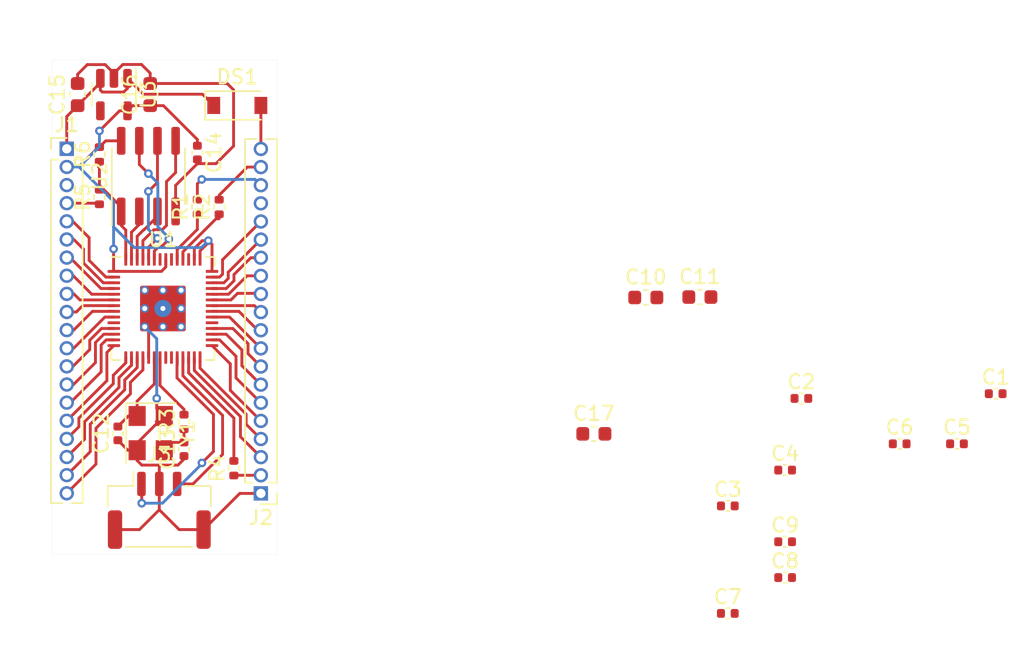
<source format=kicad_pcb>
(kicad_pcb (version 20240108) (generator "pcbnew") (generator_version "8.0")
  (title_block (title "YUIOP2040C") (date "2024-03-29") (rev "1") (company "KaoriYa"))
  (layers (0 "F.Cu" signal) (31 "B.Cu" signal) (34 "B.Paste" user) (35 "F.Paste" user) (36 "B.SilkS" user "B.Silkscreen") (37 "F.SilkS" user "F.Silkscreen") (38 "B.Mask" user) (39 "F.Mask" user) (44 "Edge.Cuts" user))
  (net 0 "")
  (net 1 "+1V1")
  (net 2 "GND")
  (net 3 "+3V3")
  (net 4 "/XIN")
  (net 5 "Net-(C13-Pad2)")
  (net 6 "/VSYS")
  (net 7 "/USB_VBUS")
  (net 8 "/BOOTSEL")
  (net 9 "/GPIO0")
  (net 10 "/GPIO1")
  (net 11 "/GPIO2")
  (net 12 "/GPIO3")
  (net 13 "/GPIO4")
  (net 14 "/GPIO5")
  (net 15 "/GPIO6")
  (net 16 "/GPIO7")
  (net 17 "/GPIO8")
  (net 18 "/GPIO9")
  (net 19 "/GPIO10")
  (net 20 "/GPIO11")
  (net 21 "/GPIO12")
  (net 22 "/GPIO13")
  (net 23 "/GPIO14")
  (net 24 "/GPIO15")
  (net 25 "/RESET")
  (net 26 "/GPIO16")
  (net 27 "/GPIO17")
  (net 28 "/GPIO18")
  (net 29 "/GPIO19")
  (net 30 "/GPIO20")
  (net 31 "/GPIO21")
  (net 32 "/GPIO22")
  (net 33 "/GPIO23")
  (net 34 "/GPIO24")
  (net 35 "/GPIO25")
  (net 36 "/GPIO26_ADC0")
  (net 37 "/GPIO27_ADC1")
  (net 38 "/GPIO28_ADC2")
  (net 39 "/GPIO29_ADC3")
  (net 40 "/USB_D+")
  (net 41 "/USB_D-")
  (net 42 "/SWCLK")
  (net 43 "/SWD")
  (net 44 "Net-(R1-Pad1)")
  (net 45 "Net-(R2-Pad1)")
  (net 46 "/XOUT")
  (net 47 "/RUN")
  (net 48 "/QSPI_SS")
  (net 49 "/QSPI_SD3")
  (net 50 "/QSPI_SCLK")
  (net 51 "/QSPI_SD0")
  (net 52 "/QSPI_SD2")
  (net 53 "/QSPI_SD1")
  (footprint "Capacitor_SMD:C_0402_1005Metric" (layer "F.Cu") (at 127.5 79.518)
    (property "Reference" "C4")
    (property "Value" "100n")
  )
  (footprint "Connector_PinHeader_1.27mm:PinHeader_1x20_P1.27mm_Vertical" (layer "F.Cu") (at 77.216 57.013)
    (property "Reference" "J1")
    (property "Value" "Conn_01x20")
  )
  (footprint "Package_SO:SOIC-8_3.9x4.9mm_P1.27mm" (layer "F.Cu") (at 82.931 58.928 90)
    (property "Reference" "U2")
    (property "Value" "W25Q16JVSS")
  )
  (footprint "Resistor_SMD:R_0402_1005Metric" (layer "F.Cu") (at 85.424 76.148 90)
    (property "Reference" "R3")
    (property "Value" "1k")
  )
  (footprint "Resistor_SMD:R_0402_1005Metric" (layer "F.Cu") (at 79.502 57.404 90)
    (property "Reference" "R6")
    (property "Value" "10k")
  )
  (footprint "Capacitor_SMD:C_0402_1005Metric" (layer "F.Cu") (at 80.794 76.948 90)
    (property "Reference" "C12")
    (property "Value" "10p")
  )
  (footprint "Capacitor_SMD:C_0402_1005Metric" (layer "F.Cu") (at 123.49 89.558)
    (property "Reference" "C7")
    (property "Value" "100n")
  )
  (footprint "Capacitor_SMD:C_0402_1005Metric" (layer "F.Cu") (at 128.64 74.498)
    (property "Reference" "C2")
    (property "Value" "100n")
  )
  (footprint "Resistor_SMD:R_0402_1005Metric" (layer "F.Cu") (at 88.914 79.388 90)
    (property "Reference" "R4")
    (property "Value" "1k")
  )
  (footprint "Capacitor_SMD:C_0402_1005Metric" (layer "F.Cu") (at 127.5 87.048)
    (property "Reference" "C8")
    (property "Value" "100n")
  )
  (footprint "Resistor_SMD:R_0402_1005Metric" (layer "F.Cu") (at 86.36 61.087 90)
    (property "Reference" "R1")
    (property "Value" "27")
  )
  (footprint "Capacitor_SMD:C_0402_1005Metric" (layer "F.Cu") (at 142.24 74.168)
    (property "Reference" "C1")
    (property "Value" "100n")
  )
  (footprint "RP2040 minimal:RP2040-QFN-56" (layer "F.Cu") (at 83.947 68.199)
    (property "Reference" "U1")
    (property "Value" "RP2040")
  )
  (footprint "Capacitor_SMD:C_0603_1608Metric" (layer "F.Cu") (at 77.978 53.213 90)
    (property "Reference" "C15")
    (property "Value" "10u")
  )
  (footprint "Capacitor_SMD:C_0603_1608Metric" (layer "F.Cu") (at 83.058 53.213 90)
    (property "Reference" "C16")
    (property "Value" "10u")
  )
  (footprint "Capacitor_SMD:C_0402_1005Metric" (layer "F.Cu") (at 123.49 82.028)
    (property "Reference" "C3")
    (property "Value" "100n")
  )
  (footprint "Capacitor_SMD:C_0402_1005Metric" (layer "F.Cu") (at 86.36 57.277 -90)
    (property "Reference" "C14")
    (property "Value" "100n")
  )
  (footprint "Resistor_SMD:R_0402_1005Metric" (layer "F.Cu") (at 87.884 61.087 90)
    (property "Reference" "R2")
    (property "Value" "27")
  )
  (footprint "Capacitor_SMD:C_0402_1005Metric" (layer "F.Cu") (at 135.52 77.678)
    (property "Reference" "C6")
    (property "Value" "100n")
  )
  (footprint "Capacitor_SMD:C_0402_1005Metric" (layer "F.Cu") (at 139.53 77.678)
    (property "Reference" "C5")
    (property "Value" "100n")
  )
  (footprint "Capacitor_SMD:C_0402_1005Metric" (layer "F.Cu") (at 127.5 84.538)
    (property "Reference" "C9")
    (property "Value" "100n")
  )
  (footprint "Connector_JST:JST_GH_SM03B-GHS-TB_1x03-1MP_P1.25mm_Horizontal" (layer "F.Cu") (at 83.694 82.338)
    (property "Reference" "J3")
    (property "Value" "Conn_01x03")
  )
  (footprint "Crystal:Crystal_SMD_SeikoEpson_FA238V-4Pin_3.2x2.5mm" (layer "F.Cu") (at 83.094 76.928 -90)
    (property "Reference" "Y1")
    (property "Value" "FA238V 12.000000MHz 10.0 +50.0-50.0")
  )
  (footprint "Capacitor_SMD:C_0402_1005Metric" (layer "F.Cu") (at 85.424 78.058 90)
    (property "Reference" "C13")
    (property "Value" "10p")
  )
  (footprint "Capacitor_SMD:C_0603_1608Metric" (layer "F.Cu") (at 114.114 76.978)
    (property "Reference" "C17")
    (property "Value" "10u")
  )
  (footprint "Diode_SMD:D_SOD-123" (layer "F.Cu") (at 89.154 53.975)
    (property "Reference" "DS1")
    (property "Value" "RB160M-30TR")
  )
  (footprint "Capacitor_SMD:C_0603_1608Metric" (layer "F.Cu") (at 117.749 67.428)
    (property "Reference" "C10")
    (property "Value" "1u")
  )
  (footprint "Resistor_SMD:R_0402_1005Metric" (layer "F.Cu") (at 79.502 60.388 90)
    (property "Reference" "R5")
    (property "Value" "1k")
  )
  (footprint "Package_TO_SOT_SMD:SOT-23-5" (layer "F.Cu") (at 80.518 53.213 -90)
    (property "Reference" "U3")
    (property "Value" "MIC5219-3.3YM5")
  )
  (footprint "Connector_PinHeader_1.27mm:PinHeader_1x20_P1.27mm_Vertical" (layer "F.Cu") (at 90.805 81.153 180)
    (property "Reference" "J2")
    (property "Value" "Conn_01x20")
  )
  (footprint "Capacitor_SMD:C_0603_1608Metric" (layer "F.Cu") (at 121.534 67.398)
    (property "Reference" "C11")
    (property "Value" "1u")
  )
  (gr_rect (start 76.2 50.8) (end 91.948 85.416) (stroke (width 0.01)) (fill none) (layer "Edge.Cuts"))
  (segment (start 83.694 80.488) (end 83.694 82.298) (width 0.2) (layer "F.Cu") (net 2))
  (segment (start 86.794 83.688) (end 89.329 81.153) (width 0.2) (layer "F.Cu") (net 2))
  (segment (start 83.694 82.298) (end 85.084 83.688) (width 0.2) (layer "F.Cu") (net 2))
  (segment (start 85.084 83.688) (end 86.794 83.688) (width 0.2) (layer "F.Cu") (net 2))
  (segment (start 82.464 79.168) (end 83.714 79.168) (width 0.2) (layer "F.Cu") (net 2))
  (segment (start 86.36 58.052) (end 84.836 59.576) (width 0.2) (layer "F.Cu") (net 2))
  (segment (start 82.947 71.6365) (end 82.947 69.749) (width 0.2) (layer "F.Cu") (net 2))
  (segment (start 89.329 81.153) (end 90.805 81.153) (width 0.2) (layer "F.Cu") (net 2))
  (segment (start 83.694 79.188) (end 83.714 79.168) (width 0.2) (layer "F.Cu") (net 2))
  (segment (start 83.514 74.498) (end 83.514 75.198) (width 0.2) (layer "F.Cu") (net 2))
  (segment (start 83.514 75.198) (end 84.044 75.728) (width 0.2) (layer "F.Cu") (net 2))
  (segment (start 80.518 51.727283) (end 81.140483 51.1048) (width 0.2) (layer "F.Cu") (net 2))
  (segment (start 80.594 83.688) (end 82.304 83.688) (width 0.2) (layer "F.Cu") (net 2))
  (segment (start 88.894 56.818) (end 87.66 58.052) (width 0.2) (layer "F.Cu") (net 2))
  (segment (start 88.894 52.888) (end 88.894 56.818) (width 0.2) (layer "F.Cu") (net 2))
  (segment (start 83.058 51.7144) (end 83.058 52.438) (width 0.2) (layer "F.Cu") (net 2))
  (segment (start 87.66 58.052) (end 86.36 58.052) (width 0.2) (layer "F.Cu") (net 2))
  (segment (start 83.058 52.438) (end 88.444 52.438) (width 0.2) (layer "F.Cu") (net 2))
  (segment (start 79.904197 51.11348) (end 80.518 51.727283) (width 0.2) (layer "F.Cu") (net 2))
  (segment (start 82.947 69.749) (end 82.672 69.474) (width 0.2) (layer "F.Cu") (net 2))
  (segment (start 82.4484 51.1048) (end 83.058 51.7144) (width 0.2) (layer "F.Cu") (net 2))
  (segment (start 84.836 59.576) (end 84.836 61.403) (width 0.2) (layer "F.Cu") (net 2))
  (segment (start 78.65512 51.11348) (end 79.904197 51.11348) (width 0.2) (layer "F.Cu") (net 2))
  (segment (start 82.144 78.128) (end 81.494 78.128) (width 0.2) (layer "F.Cu") (net 2))
  (segment (start 82.144 78.128) (end 82.144 77.628) (width 0.2) (layer "F.Cu") (net 2))
  (segment (start 85.004 79.168) (end 85.424 78.748) (width 0.2) (layer "F.Cu") (net 2))
  (segment (start 83.694 80.488) (end 83.694 79.188) (width 0.2) (layer "F.Cu") (net 2))
  (segment (start 77.978 51.7906) (end 78.65512 51.11348) (width 0.2) (layer "F.Cu") (net 2))
  (segment (start 83.714 79.168) (end 85.004 79.168) (width 0.2) (layer "F.Cu") (net 2))
  (segment (start 82.1162 78.1558) (end 82.144 78.128) (width 0.2) (layer "F.Cu") (net 2))
  (segment (start 81.140483 51.1048) (end 82.4484 51.1048) (width 0.2) (layer "F.Cu") (net 2))
  (segment (start 82.144 77.628) (end 84.044 75.728) (width 0.2) (layer "F.Cu") (net 2))
  (segment (start 82.144 78.128) (end 82.144 78.848) (width 0.2) (layer "F.Cu") (net 2))
  (segment (start 77.978 52.438) (end 77.978 51.7906) (width 0.2) (layer "F.Cu") (net 2))
  (segment (start 80.518 51.727283) (end 80.518 52.0755) (width 0.2) (layer "F.Cu") (net 2))
  (segment (start 81.494 78.128) (end 80.794 77.428) (width 0.2) (layer "F.Cu") (net 2))
  (segment (start 88.444 52.438) (end 88.894 52.888) (width 0.2) (layer "F.Cu") (net 2))
  (segment (start 83.8766 75.728) (end 83.4808 76.1238) (width 0.2) (layer "F.Cu") (net 2))
  (segment (start 84.044 75.728) (end 83.8766 75.728) (width 0.2) (layer "F.Cu") (net 2))
  (segment (start 82.144 78.848) (end 82.464 79.168) (width 0.2) (layer "F.Cu") (net 2))
  (segment (start 85.424 78.748) (end 85.424 78.538) (width 0.2) (layer "F.Cu") (net 2))
  (segment (start 82.304 83.688) (end 83.694 82.298) (width 0.2) (layer "F.Cu") (net 2))
  (via (at 83.514 74.498) (size 0.6) (drill 0.3) (layers "F.Cu" "B.Cu") (net 2))
  (segment (start 82.672 69.474) (end 83.514 70.316) (width 0.2) (layer "B.Cu") (net 2))
  (segment (start 83.514 70.316) (end 83.514 74.498) (width 0.2) (layer "B.Cu") (net 2))
  (segment (start 83.058 53.988) (end 83.981717 53.988) (width 0.2) (layer "F.Cu") (net 3))
  (segment (start 84.147 65.293295) (end 84.147 64.7615) (width 0.2) (layer "F.Cu") (net 3))
  (segment (start 87.124 63.588) (end 86.547 64.165) (width 0.2) (layer "F.Cu") (net 3))
  (segment (start 87.384 65.5985) (end 87.3845 65.599) (width 0.2) (layer "F.Cu") (net 3))
  (segment (start 80.494 64.028) (end 80.494 65.5835) (width 0.2) (layer "F.Cu") (net 3))
  (segment (start 81.026 56.453) (end 79.943 56.453) (width 0.2) (layer "F.Cu") (net 3))
  (segment (start 81.468 54.3505) (end 81.8305 53.988) (width 0.2) (layer "F.Cu") (net 3))
  (segment (start 77.216 58.283) (end 78.049 58.283) (width 0.2) (layer "F.Cu") (net 3))
  (segment (start 80.494 65.5835) (end 80.5095 65.599) (width 0.2) (layer "F.Cu") (net 3))
  (segment (start 81.026 56.453) (end 81.026 56.705) (width 0.2) (layer "F.Cu") (net 3))
  (segment (start 86.547 64.165) (end 86.547 64.7615) (width 0.2) (layer "F.Cu") (net 3))
  (segment (start 80.9115 54.3505) (end 79.504 55.758) (width 0.2) (layer "F.Cu") (net 3))
  (segment (start 87.124 63.448) (end 87.384 63.708) (width 0.2) (layer "F.Cu") (net 3))
  (segment (start 87.124 63.448) (end 86.693711 63.448) (width 0.2) (layer "F.Cu") (net 3))
  (segment (start 81.8305 53.988) (end 83.058 53.988) (width 0.2) (layer "F.Cu") (net 3))
  (segment (start 79.438 56.894) (end 79.502 56.894) (width 0.2) (layer "F.Cu") (net 3))
  (segment (start 79.943 56.453) (end 79.502 56.894) (width 0.2) (layer "F.Cu") (net 3))
  (segment (start 87.124 63.448) (end 87.124 63.588) (width 0.2) (layer "F.Cu") (net 3))
  (segment (start 81.468 54.3505) (end 80.9115 54.3505) (width 0.2) (layer "F.Cu") (net 3))
  (segment (start 83.981717 53.988) (end 86.36 56.366283) (width 0.2) (layer "F.Cu") (net 3))
  (segment (start 86.693711 63.448) (end 86.147 63.994711) (width 0.2) (layer "F.Cu") (net 3))
  (segment (start 86.147 63.994711) (end 86.147 64.7615) (width 0.2) (layer "F.Cu") (net 3))
  (segment (start 86.36 56.366283) (end 86.36 56.502) (width 0.2) (layer "F.Cu") (net 3))
  (segment (start 80.9 56.579) (end 81.026 56.453) (width 0.2) (layer "F.Cu") (net 3))
  (segment (start 78.049 58.283) (end 79.438 56.894) (width 0.2) (layer "F.Cu") (net 3))
  (segment (start 87.384 63.708) (end 87.384 65.5985) (width 0.2) (layer "F.Cu") (net 3))
  (segment (start 83.841295 65.599) (end 84.147 65.293295) (width 0.2) (layer "F.Cu") (net 3))
  (segment (start 80.5095 65.599) (end 83.841295 65.599) (width 0.2) (layer "F.Cu") (net 3))
  (via (at 87.124 63.448) (size 0.6) (drill 0.3) (layers "F.Cu" "B.Cu") (net 3))
  (via (at 79.504 55.758) (size 0.6) (drill 0.3) (layers "F.Cu" "B.Cu") (net 3))
  (via (at 80.494 64.028) (size 0.6) (drill 0.3) (layers "F.Cu" "B.Cu") (net 3))
  (segment (start 80.494 62.478) (end 81.946122 63.930122) (width 0.2) (layer "B.Cu") (net 3))
  (segment (start 79.504 56.858) (end 78.079 58.283) (width 0.2) (layer "B.Cu") (net 3))
  (segment (start 86.641878 63.930122) (end 87.124 63.448) (width 0.2) (layer "B.Cu") (net 3))
  (segment (start 78.079 58.283) (end 77.216 58.283) (width 0.2) (layer "B.Cu") (net 3))
  (segment (start 80.494 62.478) (end 80.494 64.028) (width 0.2) (layer "B.Cu") (net 3))
  (segment (start 78.079 58.283) (end 80.494 60.698) (width 0.2) (layer "B.Cu") (net 3))
  (segment (start 80.494 60.698) (end 80.494 62.478) (width 0.2) (layer "B.Cu") (net 3))
  (segment (start 81.946122 63.930122) (end 86.641878 63.930122) (width 0.2) (layer "B.Cu") (net 3))
  (segment (start 79.504 55.758) (end 79.504 56.858) (width 0.2) (layer "B.Cu") (net 3))
  (segment (start 83.347 71.6365) (end 83.347 73.485) (width 0.2) (layer "F.Cu") (net 4))
  (segment (start 82.144 75.728) (end 81.534 75.728) (width 0.2) (layer "F.Cu") (net 4))
  (segment (start 81.534 75.728) (end 80.794 76.468) (width 0.2) (layer "F.Cu") (net 4))
  (segment (start 82.144 74.688) (end 82.144 75.728) (width 0.2) (layer "F.Cu") (net 4))
  (segment (start 83.347 73.485) (end 82.144 74.688) (width 0.2) (layer "F.Cu") (net 4))
  (segment (start 85.424 76.658) (end 85.424 77.578) (width 0.2) (layer "F.Cu") (net 5))
  (segment (start 84.594 77.578) (end 84.044 78.128) (width 0.2) (layer "F.Cu") (net 5))
  (segment (start 85.424 77.578) (end 84.594 77.578) (width 0.2) (layer "F.Cu") (net 5))
  (segment (start 81.468 52.0755) (end 81.468 52.771) (width 0.2) (layer "F.Cu") (net 6))
  (segment (start 79.568 52.898) (end 79.568 52.0755) (width 0.2) (layer "F.Cu") (net 6))
  (segment (start 81.468 52.771) (end 81.20148 53.03752) (width 0.2) (layer "F.Cu") (net 6))
  (segment (start 79.70752 53.03752) (end 79.568 52.898) (width 0.2) (layer "F.Cu") (net 6))
  (segment (start 77.978 53.988) (end 77.978 53.975) (width 0.2) (layer "F.Cu") (net 6))
  (segment (start 81.20148 53.03752) (end 79.70752 53.03752) (width 0.2) (layer "F.Cu") (net 6))
  (segment (start 77.978 53.988) (end 77.216 54.75) (width 0.2) (layer "F.Cu") (net 6))
  (segment (start 87.504 53.975) (end 86.71652 53.18752) (width 0.2) (layer "F.Cu") (net 6))
  (segment (start 79.568 52.385) (end 79.568 52.0755) (width 0.2) (layer "F.Cu") (net 6))
  (segment (start 82.58002 53.18752) (end 81.468 52.0755) (width 0.2) (layer "F.Cu") (net 6))
  (segment (start 77.978 53.975) (end 79.568 52.385) (width 0.2) (layer "F.Cu") (net 6))
  (segment (start 77.216 54.75) (end 77.216 57.013) (width 0.2) (layer "F.Cu") (net 6))
  (segment (start 86.71652 53.18752) (end 82.58002 53.18752) (width 0.2) (layer "F.Cu") (net 6))
  (segment (start 90.805 57.023) (end 90.805 53.976) (width 0.2) (layer "F.Cu") (net 7))
  (segment (start 90.805 53.976) (end 90.804 53.975) (width 0.2) (layer "F.Cu") (net 7))
  (segment (start 77.216 60.823) (end 79.427 60.823) (width 0.2) (layer "F.Cu") (net 8))
  (segment (start 79.427 60.823) (end 79.502 60.898) (width 0.2) (layer "F.Cu") (net 8))
  (segment (start 78.784 64.828) (end 78.784 63.238) (width 0.2) (layer "F.Cu") (net 9))
  (segment (start 78.784 63.238) (end 77.639 62.093) (width 0.2) (layer "F.Cu") (net 9))
  (segment (start 80.5095 65.999) (end 79.955 65.999) (width 0.2) (layer "F.Cu") (net 9))
  (segment (start 77.639 62.093) (end 77.216 62.093) (width 0.2) (layer "F.Cu") (net 9))
  (segment (start 79.955 65.999) (end 78.784 64.828) (width 0.2) (layer "F.Cu") (net 9))
  (segment (start 77.709 63.363) (end 77.216 63.363) (width 0.2) (layer "F.Cu") (net 10))
  (segment (start 78.38448 65.00848) (end 78.38448 64.03848) (width 0.2) (layer "F.Cu") (net 10))
  (segment (start 79.775 66.399) (end 78.38448 65.00848) (width 0.2) (layer "F.Cu") (net 10))
  (segment (start 80.5095 66.399) (end 79.775 66.399) (width 0.2) (layer "F.Cu") (net 10))
  (segment (start 78.38448 64.03848) (end 77.709 63.363) (width 0.2) (layer "F.Cu") (net 10))
  (segment (start 77.443994 64.633) (end 77.216 64.633) (width 0.2) (layer "F.Cu") (net 11))
  (segment (start 79.609994 66.799) (end 77.443994 64.633) (width 0.2) (layer "F.Cu") (net 11))
  (segment (start 80.5095 66.799) (end 79.609994 66.799) (width 0.2) (layer "F.Cu") (net 11))
  (segment (start 77.669 65.903) (end 77.216 65.903) (width 0.2) (layer "F.Cu") (net 12))
  (segment (start 78.965 67.199) (end 77.669 65.903) (width 0.2) (layer "F.Cu") (net 12))
  (segment (start 80.5095 67.199) (end 78.965 67.199) (width 0.2) (layer "F.Cu") (net 12))
  (segment (start 77.709 67.173) (end 77.216 67.173) (width 0.2) (layer "F.Cu") (net 13))
  (segment (start 78.135 67.599) (end 77.709 67.173) (width 0.2) (layer "F.Cu") (net 13))
  (segment (start 80.5095 67.599) (end 78.135 67.599) (width 0.2) (layer "F.Cu") (net 13))
  (segment (start 80.5095 67.999) (end 78.333 67.999) (width 0.2) (layer "F.Cu") (net 14))
  (segment (start 77.889 68.443) (end 77.216 68.443) (width 0.2) (layer "F.Cu") (net 14))
  (segment (start 78.333 67.999) (end 77.889 68.443) (width 0.2) (layer "F.Cu") (net 14))
  (segment (start 79.013 68.399) (end 77.699 69.713) (width 0.2) (layer "F.Cu") (net 15))
  (segment (start 77.699 69.713) (end 77.216 69.713) (width 0.2) (layer "F.Cu") (net 15))
  (segment (start 80.5095 68.399) (end 79.013 68.399) (width 0.2) (layer "F.Cu") (net 15))
  (segment (start 77.699 70.983) (end 78.425442 70.256558) (width 0.2) (layer "F.Cu") (net 16))
  (segment (start 79.882687 68.799) (end 80.5095 68.799) (width 0.2) (layer "F.Cu") (net 16))
  (segment (start 77.216 70.983) (end 77.699 70.983) (width 0.2) (layer "F.Cu") (net 16))
  (segment (start 78.425443 70.256244) (end 79.882687 68.799) (width 0.2) (layer "F.Cu") (net 16))
  (segment (start 78.425442 70.256558) (end 78.425443 70.256244) (width 0.2) (layer "F.Cu") (net 16))
  (segment (start 77.216 72.253) (end 77.649 72.253) (width 0.2) (layer "F.Cu") (net 17))
  (segment (start 79.647693 69.599) (end 80.5095 69.599) (width 0.2) (layer "F.Cu") (net 17))
  (segment (start 77.649 72.253) (end 78.824961 71.077039) (width 0.2) (layer "F.Cu") (net 17))
  (segment (start 78.824962 70.421731) (end 79.647693 69.599) (width 0.2) (layer "F.Cu") (net 17))
  (segment (start 78.824961 71.077039) (end 78.824962 70.421731) (width 0.2) (layer "F.Cu") (net 17))
  (segment (start 80.5095 69.999) (end 79.812699 69.999) (width 0.2) (layer "F.Cu") (net 18))
  (segment (start 79.224481 71.987519) (end 77.689 73.523) (width 0.2) (layer "F.Cu") (net 18))
  (segment (start 79.224481 70.587218) (end 79.224481 71.987519) (width 0.2) (layer "F.Cu") (net 18))
  (segment (start 79.812699 69.999) (end 79.224481 70.587218) (width 0.2) (layer "F.Cu") (net 18))
  (segment (start 77.689 73.523) (end 77.216 73.523) (width 0.2) (layer "F.Cu") (net 18))
  (segment (start 79.624 72.638) (end 77.469 74.793) (width 0.2) (layer "F.Cu") (net 19))
  (segment (start 80.5095 70.399) (end 79.977705 70.399) (width 0.2) (layer "F.Cu") (net 19))
  (segment (start 79.977705 70.399) (end 79.624 70.752705) (width 0.2) (layer "F.Cu") (net 19))
  (segment (start 79.624 70.752705) (end 79.624 72.638) (width 0.2) (layer "F.Cu") (net 19))
  (segment (start 77.469 74.793) (end 77.216 74.793) (width 0.2) (layer "F.Cu") (net 19))
  (segment (start 80.02352 73.25548) (end 77.216 76.063) (width 0.2) (layer "F.Cu") (net 20))
  (segment (start 80.5095 70.799) (end 80.02352 71.28498) (width 0.2) (layer "F.Cu") (net 20))
  (segment (start 80.02352 71.28498) (end 80.02352 73.25548) (width 0.2) (layer "F.Cu") (net 20))
  (segment (start 81.347 72.003289) (end 80.474001 72.876288) (width 0.2) (layer "F.Cu") (net 21))
  (segment (start 80.474001 72.876288) (end 80.474 73.468) (width 0.2) (layer "F.Cu") (net 21))
  (segment (start 80.474 73.468) (end 78.064 75.878) (width 0.2) (layer "F.Cu") (net 21))
  (segment (start 78.064 76.485) (end 77.216 77.333) (width 0.2) (layer "F.Cu") (net 21))
  (segment (start 81.347 71.6365) (end 81.347 72.003289) (width 0.2) (layer "F.Cu") (net 21))
  (segment (start 78.064 75.878) (end 78.064 76.485) (width 0.2) (layer "F.Cu") (net 21))
  (segment (start 80.87352 73.041775) (end 80.87352 73.725697) (width 0.2) (layer "F.Cu") (net 22))
  (segment (start 81.747 71.6365) (end 81.747 72.168295) (width 0.2) (layer "F.Cu") (net 22))
  (segment (start 81.747 72.168295) (end 80.87352 73.041775) (width 0.2) (layer "F.Cu") (net 22))
  (segment (start 78.46352 77.35548) (end 77.216 78.603) (width 0.2) (layer "F.Cu") (net 22))
  (segment (start 78.46352 76.135697) (end 78.46352 77.35548) (width 0.2) (layer "F.Cu") (net 22))
  (segment (start 80.87352 73.725697) (end 78.46352 76.135697) (width 0.2) (layer "F.Cu") (net 22))
  (segment (start 81.27304 73.891183) (end 81.27304 73.207261) (width 0.2) (layer "F.Cu") (net 23))
  (segment (start 78.86304 76.301183) (end 81.27304 73.891183) (width 0.2) (layer "F.Cu") (net 23))
  (segment (start 81.27304 73.207261) (end 82.147 72.333301) (width 0.2) (layer "F.Cu") (net 23))
  (segment (start 78.86304 78.22596) (end 78.86304 76.301183) (width 0.2) (layer "F.Cu") (net 23))
  (segment (start 82.147 72.333301) (end 82.147 71.6365) (width 0.2) (layer "F.Cu") (net 23))
  (segment (start 77.216 79.873) (end 78.86304 78.22596) (width 0.2) (layer "F.Cu") (net 23))
  (segment (start 79.26256 76.58944) (end 79.26256 79.09644) (width 0.2) (layer "F.Cu") (net 24))
  (segment (start 82.547 71.6365) (end 82.547 72.498307) (width 0.2) (layer "F.Cu") (net 24))
  (segment (start 81.67256 74.17944) (end 79.26256 76.58944) (width 0.2) (layer "F.Cu") (net 24))
  (segment (start 82.547 72.498307) (end 81.67256 73.372747) (width 0.2) (layer "F.Cu") (net 24))
  (segment (start 81.67256 73.372747) (end 81.67256 74.17944) (width 0.2) (layer "F.Cu") (net 24))
  (segment (start 79.26256 79.09644) (end 77.216 81.143) (width 0.2) (layer "F.Cu") (net 24))
  (segment (start 88.914 79.898) (end 88.929 79.883) (width 0.2) (layer "F.Cu") (net 25))
  (segment (start 88.929 79.883) (end 90.805 79.883) (width 0.2) (layer "F.Cu") (net 25))
  (segment (start 90.679 79.883) (end 90.805 79.883) (width 0.2) (layer "F.Cu") (net 25))
  (segment (start 89.37448 75.772492) (end 89.37448 77.18248) (width 0.2) (layer "F.Cu") (net 26))
  (segment (start 86.147 72.545012) (end 89.37448 75.772492) (width 0.2) (layer "F.Cu") (net 26))
  (segment (start 86.147 71.6365) (end 86.147 72.545012) (width 0.2) (layer "F.Cu") (net 26))
  (segment (start 89.37448 77.18248) (end 90.805 78.613) (width 0.2) (layer "F.Cu") (net 26))
  (segment (start 89.774 76.312) (end 90.805 77.343) (width 0.2) (layer "F.Cu") (net 27))
  (segment (start 86.547 71.6365) (end 86.547 72.380006) (width 0.2) (layer "F.Cu") (net 27))
  (segment (start 89.774 75.607006) (end 89.774 76.312) (width 0.2) (layer "F.Cu") (net 27))
  (segment (start 86.547 72.380006) (end 89.774 75.607006) (width 0.2) (layer "F.Cu") (net 27))
  (segment (start 88.66448 72.07898) (end 88.66448 73.93248) (width 0.2) (layer "F.Cu") (net 28))
  (segment (start 87.3845 70.799) (end 88.66448 72.07898) (width 0.2) (layer "F.Cu") (net 28))
  (segment (start 88.66448 73.93248) (end 90.805 76.073) (width 0.2) (layer "F.Cu") (net 28))
  (segment (start 89.064 73.062) (end 90.805 74.803) (width 0.2) (layer "F.Cu") (net 29))
  (segment (start 87.3845 70.399) (end 87.916295 70.399) (width 0.2) (layer "F.Cu") (net 29))
  (segment (start 87.916295 70.399) (end 89.064 71.546705) (width 0.2) (layer "F.Cu") (net 29))
  (segment (start 89.064 71.546705) (end 89.064 73.062) (width 0.2) (layer "F.Cu") (net 29))
  (segment (start 89.474 72.202) (end 90.805 73.533) (width 0.2) (layer "F.Cu") (net 30))
  (segment (start 87.3845 69.999) (end 88.375 69.999) (width 0.2) (layer "F.Cu") (net 30))
  (segment (start 88.375 69.999) (end 89.474 71.098) (width 0.2) (layer "F.Cu") (net 30))
  (segment (start 89.474 71.098) (end 89.474 72.202) (width 0.2) (layer "F.Cu") (net 30))
  (segment (start 89.907 70.660006) (end 89.907 71.365) (width 0.2) (layer "F.Cu") (net 31))
  (segment (start 88.845994 69.599) (end 89.907 70.660006) (width 0.2) (layer "F.Cu") (net 31))
  (segment (start 87.3845 69.599) (end 88.845994 69.599) (width 0.2) (layer "F.Cu") (net 31))
  (segment (start 89.907 71.365) (end 90.805 72.263) (width 0.2) (layer "F.Cu") (net 31))
  (segment (start 87.3845 68.799) (end 88.611 68.799) (width 0.2) (layer "F.Cu") (net 32))
  (segment (start 88.611 68.799) (end 90.805 70.993) (width 0.2) (layer "F.Cu") (net 32))
  (segment (start 90.589 69.723) (end 90.805 69.723) (width 0.2) (layer "F.Cu") (net 33))
  (segment (start 89.265 68.399) (end 90.589 69.723) (width 0.2) (layer "F.Cu") (net 33))
  (segment (start 87.3845 68.399) (end 89.265 68.399) (width 0.2) (layer "F.Cu") (net 33))
  (segment (start 90.351 67.999) (end 90.805 68.453) (width 0.2) (layer "F.Cu") (net 34))
  (segment (start 87.3845 67.999) (end 90.351 67.999) (width 0.2) (layer "F.Cu") (net 34))
  (segment (start 87.3845 67.599) (end 88.708018 67.599) (width 0.2) (layer "F.Cu") (net 35))
  (segment (start 89.169018 67.138) (end 90.76 67.138) (width 0.2) (layer "F.Cu") (net 35))
  (segment (start 90.76 67.138) (end 90.805 67.183) (width 0.2) (layer "F.Cu") (net 35))
  (segment (start 88.708018 67.599) (end 89.169018 67.138) (width 0.2) (layer "F.Cu") (net 35))
  (segment (start 87.3845 67.199) (end 88.543012 67.199) (width 0.2) (layer "F.Cu") (net 36))
  (segment (start 88.543012 67.199) (end 89.829012 65.913) (width 0.2) (layer "F.Cu") (net 36))
  (segment (start 89.829012 65.913) (end 90.805 65.913) (width 0.2) (layer "F.Cu") (net 36))
  (segment (start 90.100006 64.643) (end 90.805 64.643) (width 0.2) (layer "F.Cu") (net 37))
  (segment (start 87.3845 66.799) (end 88.378006 66.799) (width 0.2) (layer "F.Cu") (net 37))
  (segment (start 88.378006 66.799) (end 88.920559 66.256447) (width 0.2) (layer "F.Cu") (net 37))
  (segment (start 88.920558 65.822448) (end 90.100006 64.643) (width 0.2) (layer "F.Cu") (net 37))
  (segment (start 88.920559 66.256447) (end 88.920558 65.822448) (width 0.2) (layer "F.Cu") (net 37))
  (segment (start 87.3845 66.399) (end 88.213 66.399) (width 0.2) (layer "F.Cu") (net 38))
  (segment (start 88.213 66.399) (end 88.521039 66.090961) (width 0.2) (layer "F.Cu") (net 38))
  (segment (start 88.521039 66.090961) (end 88.521039 65.656961) (width 0.2) (layer "F.Cu") (net 38))
  (segment (start 88.521039 65.656961) (end 90.805 63.373) (width 0.2) (layer "F.Cu") (net 38))
  (segment (start 87.916295 65.999) (end 88.12152 65.793775) (width 0.2) (layer "F.Cu") (net 39))
  (segment (start 88.12152 64.78648) (end 90.805 62.103) (width 0.2) (layer "F.Cu") (net 39))
  (segment (start 88.12152 65.793775) (end 88.12152 64.78648) (width 0.2) (layer "F.Cu") (net 39))
  (segment (start 87.3845 65.999) (end 87.916295 65.999) (width 0.2) (layer "F.Cu") (net 39))
  (segment (start 86.6648 59.1566) (end 86.36 59.4614) (width 0.2) (layer "F.Cu") (net 40))
  (segment (start 86.36 59.4614) (end 86.36 60.262) (width 0.2) (layer "F.Cu") (net 40))
  (via (at 86.6648 59.1566) (size 0.6) (drill 0.3) (layers "F.Cu" "B.Cu") (net 40))
  (segment (start 86.6648 59.1566) (end 90.3986 59.1566) (width 0.2) (layer "B.Cu") (net 40))
  (segment (start 90.3986 59.1566) (end 90.805 59.563) (width 0.2) (layer "B.Cu") (net 40))
  (segment (start 90.805 58.293) (end 89.853 58.293) (width 0.2) (layer "F.Cu") (net 41))
  (segment (start 89.853 58.293) (end 87.884 60.262) (width 0.2) (layer "F.Cu") (net 41))
  (segment (start 84.934 72.181295) (end 84.947 72.168295) (width 0.2) (layer "F.Cu") (net 42))
  (segment (start 87.484 78.210178) (end 87.484 75.613006) (width 0.2) (layer "F.Cu") (net 42))
  (segment (start 84.947 72.168295) (end 84.947 71.6365) (width 0.2) (layer "F.Cu") (net 42))
  (segment (start 86.680089 79.014089) (end 87.484 78.210178) (width 0.2) (layer "F.Cu") (net 42))
  (segment (start 82.464 81.838) (end 82.464 80.508) (width 0.2) (layer "F.Cu") (net 42))
  (segment (start 87.484 75.613006) (end 84.934 73.063006) (width 0.2) (layer "F.Cu") (net 42))
  (segment (start 84.934 73.063006) (end 84.934 72.181295) (width 0.2) (layer "F.Cu") (net 42))
  (segment (start 82.464 80.508) (end 82.444 80.488) (width 0.2) (layer "F.Cu") (net 42))
  (via (at 82.464 81.838) (size 0.6) (drill 0.3) (layers "F.Cu" "B.Cu") (net 42))
  (via (at 86.680089 79.014089) (size 0.6) (drill 0.3) (layers "F.Cu" "B.Cu") (net 42))
  (segment (start 86.680089 79.071911) (end 83.914 81.838) (width 0.2) (layer "B.Cu") (net 42))
  (segment (start 86.680089 79.014089) (end 86.680089 79.071911) (width 0.2) (layer "B.Cu") (net 42))
  (segment (start 83.914 81.838) (end 82.464 81.838) (width 0.2) (layer "B.Cu") (net 42))
  (segment (start 85.347 71.6365) (end 85.347 72.911) (width 0.2) (layer "F.Cu") (net 43))
  (segment (start 88.124 75.688) (end 88.124 78.418) (width 0.2) (layer "F.Cu") (net 43))
  (segment (start 85.347 72.911) (end 88.124 75.688) (width 0.2) (layer "F.Cu") (net 43))
  (segment (start 86.054 80.488) (end 84.944 80.488) (width 0.2) (layer "F.Cu") (net 43))
  (segment (start 88.124 78.418) (end 86.054 80.488) (width 0.2) (layer "F.Cu") (net 43))
  (segment (start 86.36 61.912) (end 86.36 62.651699) (width 0.2) (layer "F.Cu") (net 44))
  (segment (start 84.947481 64.064218) (end 84.94748 64.76102) (width 0.2) (layer "F.Cu") (net 44))
  (segment (start 86.36 62.651699) (end 84.947481 64.064218) (width 0.2) (layer "F.Cu") (net 44))
  (segment (start 84.94748 64.76102) (end 84.947 64.7615) (width 0.2) (layer "F.Cu") (net 44))
  (segment (start 85.347 64.229705) (end 87.664705 61.912) (width 0.2) (layer "F.Cu") (net 45))
  (segment (start 87.664705 61.912) (end 87.884 61.912) (width 0.2) (layer "F.Cu") (net 45))
  (segment (start 85.347 64.7615) (end 85.347 64.229705) (width 0.2) (layer "F.Cu") (net 45))
  (segment (start 83.747 73.591) (end 85.424 75.268) (width 0.2) (layer "F.Cu") (net 46))
  (segment (start 83.747 71.6365) (end 83.747 73.591) (width 0.2) (layer "F.Cu") (net 46))
  (segment (start 85.424 75.268) (end 85.424 75.638) (width 0.2) (layer "F.Cu") (net 46))
  (segment (start 85.747 72.710018) (end 88.914 75.877018) (width 0.2) (layer "F.Cu") (net 47))
  (segment (start 88.914 75.877018) (end 88.914 78.878) (width 0.2) (layer "F.Cu") (net 47))
  (segment (start 85.747 71.6365) (end 85.747 72.710018) (width 0.2) (layer "F.Cu") (net 47))
  (segment (start 81.026 61.403) (end 81.026 61.087) (width 0.2) (layer "F.Cu") (net 48))
  (segment (start 79.448 58.283) (end 79.502 58.229) (width 0.2) (layer "F.Cu") (net 48))
  (segment (start 81.347 64.7615) (end 81.347 62.7034) (width 0.2) (layer "F.Cu") (net 48))
  (segment (start 79.502 59.563) (end 79.502 58.229) (width 0.2) (layer "F.Cu") (net 48))
  (segment (start 81.026 62.3824) (end 81.026 61.403) (width 0.2) (layer "F.Cu") (net 48))
  (segment (start 81.347 62.7034) (end 81.026 62.3824) (width 0.2) (layer "F.Cu") (net 48))
  (segment (start 81.026 61.087) (end 79.502 59.563) (width 0.2) (layer "F.Cu") (net 48))
  (segment (start 83.347 64.1762) (end 83.635949 63.887251) (width 0.2) (layer "F.Cu") (net 49))
  (segment (start 83.347 64.7615) (end 83.347 64.1762) (width 0.2) (layer "F.Cu") (net 49))
  (segment (start 83.635949 63.887251) (end 83.827526 63.887251) (width 0.2) (layer "F.Cu") (net 49))
  (segment (start 84.357634 63.357143) (end 84.357634 63.330611) (width 0.2) (layer "F.Cu") (net 49))
  (segment (start 82.931 58.7502) (end 82.296 58.1152) (width 0.2) (layer "F.Cu") (net 49))
  (segment (start 82.296 58.1152) (end 82.296 56.453) (width 0.2) (layer "F.Cu") (net 49))
  (segment (start 83.827526 63.887251) (end 84.357634 63.357143) (width 0.2) (layer "F.Cu") (net 49))
  (via (at 82.931 58.7502) (size 0.6) (drill 0.3) (layers "F.Cu" "B.Cu") (net 49))
  (via (at 84.357634 63.330611) (size 0.6) (drill 0.3) (layers "F.Cu" "B.Cu") (net 49))
  (segment (start 84.357634 63.238254) (end 84.357634 63.330611) (width 0.2) (layer "B.Cu") (net 49))
  (segment (start 82.931 58.7502) (end 83.5914 59.4106) (width 0.2) (layer "B.Cu") (net 49))
  (segment (start 83.5914 59.4106) (end 83.5914 62.47202) (width 0.2) (layer "B.Cu") (net 49))
  (segment (start 83.5914 62.47202) (end 84.357634 63.238254) (width 0.2) (layer "B.Cu") (net 49))
  (segment (start 82.947 63.900022) (end 82.947 64.7615) (width 0.2) (layer "F.Cu") (net 50))
  (segment (start 83.559282 63.28774) (end 82.947 63.900022) (width 0.2) (layer "F.Cu") (net 50))
  (segment (start 83.566 59.3598) (end 83.566 56.453) (width 0.2) (layer "F.Cu") (net 50))
  (segment (start 82.931 59.9948) (end 83.566 59.3598) (width 0.2) (layer "F.Cu") (net 50))
  (via (at 82.931 59.9948) (size 0.6) (drill 0.3) (layers "F.Cu" "B.Cu") (net 50))
  (via (at 83.559282 63.28774) (size 0.6) (drill 0.3) (layers "F.Cu" "B.Cu") (net 50))
  (segment (start 82.931 59.9948) (end 82.931 62.659458) (width 0.2) (layer "B.Cu") (net 50))
  (segment (start 82.931 62.659458) (end 83.559282 63.28774) (width 0.2) (layer "B.Cu") (net 50))
  (segment (start 82.547 64.7615) (end 82.547 63.4522) (width 0.2) (layer "F.Cu") (net 51))
  (segment (start 84.197317 62.3824) (end 84.197317 59.312683) (width 0.2) (layer "F.Cu") (net 51))
  (segment (start 83.32168 62.67752) (end 83.902197 62.67752) (width 0.2) (layer "F.Cu") (net 51))
  (segment (start 84.197317 59.312683) (end 84.836 58.674) (width 0.2) (layer "F.Cu") (net 51))
  (segment (start 84.836 58.674) (end 84.836 56.453) (width 0.2) (layer "F.Cu") (net 51))
  (segment (start 83.902197 62.67752) (end 84.197317 62.3824) (width 0.2) (layer "F.Cu") (net 51))
  (segment (start 82.547 63.4522) (end 83.32168 62.67752) (width 0.2) (layer "F.Cu") (net 51))
  (segment (start 83.566 61.743717) (end 83.566 61.403) (width 0.2) (layer "F.Cu") (net 52))
  (segment (start 82.147 64.7615) (end 82.147 63.141) (width 0.2) (layer "F.Cu") (net 52))
  (segment (start 82.147 63.141) (end 82.61048 62.67752) (width 0.2) (layer "F.Cu") (net 52))
  (segment (start 82.61048 62.67752) (end 82.632197 62.67752) (width 0.2) (layer "F.Cu") (net 52))
  (segment (start 82.632197 62.67752) (end 83.566 61.743717) (width 0.2) (layer "F.Cu") (net 52))
  (segment (start 82.296 62.3062) (end 82.296 61.403) (width 0.2) (layer "F.Cu") (net 53))
  (segment (start 81.747 64.7615) (end 81.747 62.8552) (width 0.2) (layer "F.Cu") (net 53))
  (segment (start 81.747 62.8552) (end 82.296 62.3062) (width 0.2) (layer "F.Cu") (net 53))
)
</source>
